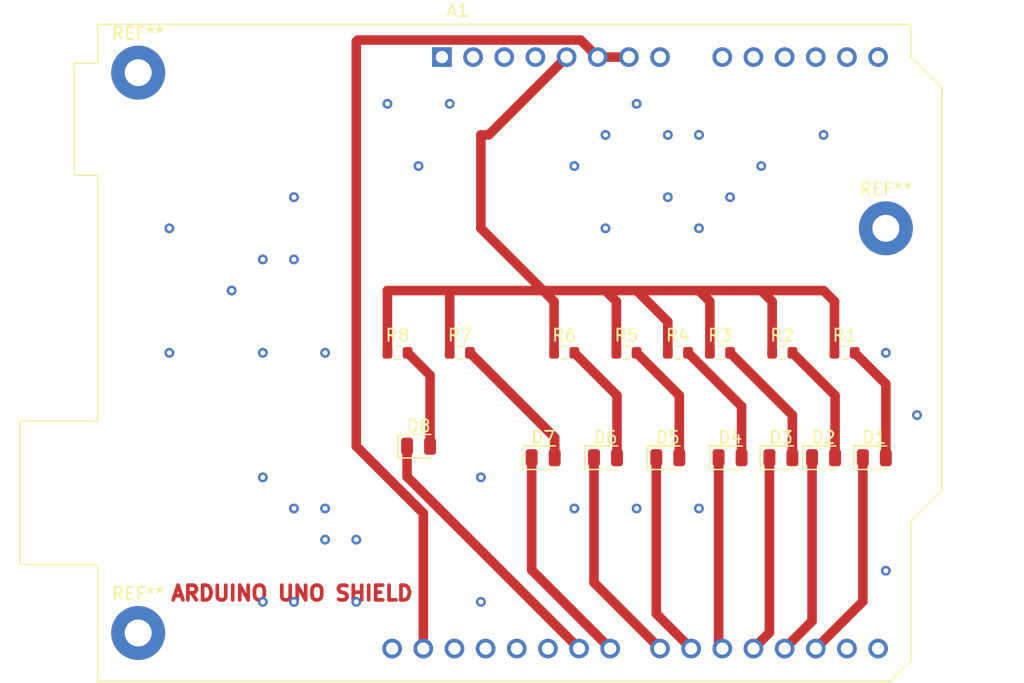
<source format=kicad_pcb>
(kicad_pcb (version 20221018) (generator pcbnew)
  (layers (0 "F.Cu" signal) (31 "B.Cu" signal) (34 "B.Paste" user) (35 "F.Paste" user) (36 "B.SilkS" user "B.Silkscreen") (37 "F.SilkS" user "F.Silkscreen") (38 "B.Mask" user) (39 "F.Mask" user) (44 "Edge.Cuts" user))
  (net 0 "")
  (net 1 "Net-(A1-+5V)")
  (net 2 "Net-(D1-A)")
  (net 3 "Net-(D2-A)")
  (net 4 "Net-(D3-A)")
  (net 5 "Net-(D4-A)")
  (net 6 "Net-(D5-A)")
  (net 7 "Net-(D6-A)")
  (net 8 "Net-(D7-A)")
  (net 9 "Net-(D8-A)")
  (net 14 "GND")
  (net 24 "Net-(A1-D2)")
  (net 25 "Net-(A1-D3)")
  (net 26 "Net-(A1-D4)")
  (net 27 "Net-(A1-D5)")
  (net 28 "Net-(A1-D6)")
  (net 29 "Net-(A1-D7)")
  (net 30 "Net-(A1-D8)")
  (net 31 "Net-(A1-D9)")
  (footprint "MountingHole:MountingHole_2.2mm_M2_Pad" (layer "F.Cu") (at 78.74 81.28)
    (fp_text reference "REF**" (at 0 -3.2) (layer "F.SilkS"))
    (fp_text value "MountingHole_2.2mm_M2_Pad")
    (pad "1" thru_hole circle (at 0 0) (size 4.4 4.4) (drill 2.2) (layers "*.Cu" "*.Mask"))
  )
  (footprint "LED_SMD:LED_0805_2012Metric" (layer "F.Cu") (at 131.1425 66.9775)
    (fp_text reference "D3" (at 0 -1.65) (layer "F.SilkS"))
    (fp_text value "LED")
    (fp_line (start -1.685 -0.96) (end -1.685 0.96) (stroke (width 0.12)) (layer "F.SilkS"))
    (fp_line (start -1.685 0.96) (end 1 0.96) (stroke (width 0.12)) (layer "F.SilkS"))
    (fp_line (start 1 -0.96) (end -1.685 -0.96) (stroke (width 0.12)) (layer "F.SilkS"))
    (pad "1" smd roundrect (at -0.9375 0) (size 0.975 1.4) (layers "F.Cu" "F.Paste" "F.Mask") (net 26 "Net-(A1-D4)"))
    (pad "2" smd roundrect (at 0.9375 0) (size 0.975 1.4) (layers "F.Cu" "F.Paste" "F.Mask") (net 4 "Net-(D3-A)"))
  )
  (footprint "Module:Arduino_UNO_R2" (layer "F.Cu") (at 103.505 34.29)
    (fp_text reference "A1" (at 1.27 -3.81 180) (layer "F.SilkS"))
    (fp_text value "Arduino_UNO_R2")
    (fp_line (start -34.42 29.72) (end -34.42 41.4) (stroke (width 0.12)) (layer "F.SilkS"))
    (fp_line (start -34.42 41.4) (end -28.07 41.4) (stroke (width 0.12)) (layer "F.SilkS"))
    (fp_line (start -29.97 0.51) (end -29.97 9.65) (stroke (width 0.12)) (layer "F.SilkS"))
    (fp_line (start -29.97 9.65) (end -28.07 9.65) (stroke (width 0.12)) (layer "F.SilkS"))
    (fp_line (start -28.07 -2.67) (end -28.07 0.51) (stroke (width 0.12)) (layer "F.SilkS"))
    (fp_line (start -28.07 0.51) (end -29.97 0.51) (stroke (width 0.12)) (layer "F.SilkS"))
    (fp_line (start -28.07 9.65) (end -28.07 29.72) (stroke (width 0.12)) (layer "F.SilkS"))
    (fp_line (start -28.07 29.72) (end -34.42 29.72) (stroke (width 0.12)) (layer "F.SilkS"))
    (fp_line (start -28.07 41.4) (end -28.07 50.93) (stroke (width 0.12)) (layer "F.SilkS"))
    (fp_line (start -28.07 50.93) (end 36.58 50.93) (stroke (width 0.12)) (layer "F.SilkS"))
    (fp_line (start 36.58 50.93) (end 38.23 49.28) (stroke (width 0.12)) (layer "F.SilkS"))
    (fp_line (start 38.23 -2.67) (end -28.07 -2.67) (stroke (width 0.12)) (layer "F.SilkS"))
    (fp_line (start 38.23 0) (end 38.23 -2.67) (stroke (width 0.12)) (layer "F.SilkS"))
    (fp_line (start 38.23 37.85) (end 40.77 35.31) (stroke (width 0.12)) (layer "F.SilkS"))
    (fp_line (start 38.23 49.28) (end 38.23 37.85) (stroke (width 0.12)) (layer "F.SilkS"))
    (fp_line (start 40.77 2.54) (end 38.23 0) (stroke (width 0.12)) (layer "F.SilkS"))
    (fp_line (start 40.77 35.31) (end 40.77 2.54) (stroke (width 0.12)) (layer "F.SilkS"))
    (pad "1" thru_hole rect (at 0 0 90) (size 1.6 1.6) (drill 1) (layers "*.Cu" "*.Mask"))
    (pad "2" thru_hole oval (at 2.54 0 90) (size 1.6 1.6) (drill 1) (layers "*.Cu" "*.Mask"))
    (pad "3" thru_hole oval (at 5.08 0 90) (size 1.6 1.6) (drill 1) (layers "*.Cu" "*.Mask"))
    (pad "4" thru_hole oval (at 7.62 0 90) (size 1.6 1.6) (drill 1) (layers "*.Cu" "*.Mask"))
    (pad "5" thru_hole oval (at 10.16 0 90) (size 1.6 1.6) (drill 1) (layers "*.Cu" "*.Mask") (net 1 "Net-(A1-+5V)"))
    (pad "6" thru_hole oval (at 12.7 0 90) (size 1.6 1.6) (drill 1) (layers "*.Cu" "*.Mask") (net 14 "GND"))
    (pad "7" thru_hole oval (at 15.24 0 90) (size 1.6 1.6) (drill 1) (layers "*.Cu" "*.Mask") (net 14 "GND"))
    (pad "8" thru_hole oval (at 17.78 0 90) (size 1.6 1.6) (drill 1) (layers "*.Cu" "*.Mask"))
    (pad "9" thru_hole oval (at 22.86 0 90) (size 1.6 1.6) (drill 1) (layers "*.Cu" "*.Mask"))
    (pad "10" thru_hole oval (at 25.4 0 90) (size 1.6 1.6) (drill 1) (layers "*.Cu" "*.Mask"))
    (pad "11" thru_hole oval (at 27.94 0 90) (size 1.6 1.6) (drill 1) (layers "*.Cu" "*.Mask"))
    (pad "12" thru_hole oval (at 30.48 0 90) (size 1.6 1.6) (drill 1) (layers "*.Cu" "*.Mask"))
    (pad "13" thru_hole oval (at 33.02 0 90) (size 1.6 1.6) (drill 1) (layers "*.Cu" "*.Mask"))
    (pad "14" thru_hole oval (at 35.56 0 90) (size 1.6 1.6) (drill 1) (layers "*.Cu" "*.Mask"))
    (pad "15" thru_hole oval (at 35.56 48.26 90) (size 1.6 1.6) (drill 1) (layers "*.Cu" "*.Mask"))
    (pad "16" thru_hole oval (at 33.02 48.26 90) (size 1.6 1.6) (drill 1) (layers "*.Cu" "*.Mask"))
    (pad "17" thru_hole oval (at 30.48 48.26 90) (size 1.6 1.6) (drill 1) (layers "*.Cu" "*.Mask") (net 24 "Net-(A1-D2)"))
    (pad "18" thru_hole oval (at 27.94 48.26 90) (size 1.6 1.6) (drill 1) (layers "*.Cu" "*.Mask") (net 25 "Net-(A1-D3)"))
    (pad "19" thru_hole oval (at 25.4 48.26 90) (size 1.6 1.6) (drill 1) (layers "*.Cu" "*.Mask") (net 26 "Net-(A1-D4)"))
    (pad "20" thru_hole oval (at 22.86 48.26 90) (size 1.6 1.6) (drill 1) (layers "*.Cu" "*.Mask") (net 27 "Net-(A1-D5)"))
    (pad "21" thru_hole oval (at 20.32 48.26 90) (size 1.6 1.6) (drill 1) (layers "*.Cu" "*.Mask") (net 28 "Net-(A1-D6)"))
    (pad "22" thru_hole oval (at 17.78 48.26 90) (size 1.6 1.6) (drill 1) (layers "*.Cu" "*.Mask") (net 29 "Net-(A1-D7)"))
    (pad "23" thru_hole oval (at 13.72 48.26 90) (size 1.6 1.6) (drill 1) (layers "*.Cu" "*.Mask") (net 30 "Net-(A1-D8)"))
    (pad "24" thru_hole oval (at 11.18 48.26 90) (size 1.6 1.6) (drill 1) (layers "*.Cu" "*.Mask") (net 31 "Net-(A1-D9)"))
    (pad "25" thru_hole oval (at 8.64 48.26 90) (size 1.6 1.6) (drill 1) (layers "*.Cu" "*.Mask"))
    (pad "26" thru_hole oval (at 6.1 48.26 90) (size 1.6 1.6) (drill 1) (layers "*.Cu" "*.Mask"))
    (pad "27" thru_hole oval (at 3.56 48.26 90) (size 1.6 1.6) (drill 1) (layers "*.Cu" "*.Mask"))
    (pad "28" thru_hole oval (at 1.02 48.26 90) (size 1.6 1.6) (drill 1) (layers "*.Cu" "*.Mask"))
    (pad "29" thru_hole oval (at -1.52 48.26 90) (size 1.6 1.6) (drill 1) (layers "*.Cu" "*.Mask") (net 14 "GND"))
    (pad "30" thru_hole oval (at -4.06 48.26 90) (size 1.6 1.6) (drill 1) (layers "*.Cu" "*.Mask"))
  )
  (footprint "LED_SMD:LED_0805_2012Metric" (layer "F.Cu") (at 101.6 66.04)
    (fp_text reference "D8" (at 0 -1.65) (layer "F.SilkS"))
    (fp_text value "LED")
    (fp_line (start -1.685 -0.96) (end -1.685 0.96) (stroke (width 0.12)) (layer "F.SilkS"))
    (fp_line (start -1.685 0.96) (end 1 0.96) (stroke (width 0.12)) (layer "F.SilkS"))
    (fp_line (start 1 -0.96) (end -1.685 -0.96) (stroke (width 0.12)) (layer "F.SilkS"))
    (pad "1" smd roundrect (at -0.9375 0) (size 0.975 1.4) (layers "F.Cu" "F.Paste" "F.Mask") (net 31 "Net-(A1-D9)"))
    (pad "2" smd roundrect (at 0.9375 0) (size 0.975 1.4) (layers "F.Cu" "F.Paste" "F.Mask") (net 9 "Net-(D8-A)"))
  )
  (footprint "LED_SMD:LED_0805_2012Metric" (layer "F.Cu") (at 138.7625 66.9775)
    (fp_text reference "D1" (at 0 -1.65) (layer "F.SilkS"))
    (fp_text value "LED")
    (fp_line (start -1.685 -0.96) (end -1.685 0.96) (stroke (width 0.12)) (layer "F.SilkS"))
    (fp_line (start -1.685 0.96) (end 1 0.96) (stroke (width 0.12)) (layer "F.SilkS"))
    (fp_line (start 1 -0.96) (end -1.685 -0.96) (stroke (width 0.12)) (layer "F.SilkS"))
    (pad "1" smd roundrect (at -0.9375 0) (size 0.975 1.4) (layers "F.Cu" "F.Paste" "F.Mask") (net 24 "Net-(A1-D2)"))
    (pad "2" smd roundrect (at 0.9375 0) (size 0.975 1.4) (layers "F.Cu" "F.Paste" "F.Mask") (net 2 "Net-(D1-A)"))
  )
  (footprint "LED_SMD:LED_0805_2012Metric" (layer "F.Cu") (at 111.76 66.9775)
    (fp_text reference "D7" (at 0 -1.65) (layer "F.SilkS"))
    (fp_text value "LED")
    (fp_line (start -1.685 -0.96) (end -1.685 0.96) (stroke (width 0.12)) (layer "F.SilkS"))
    (fp_line (start -1.685 0.96) (end 1 0.96) (stroke (width 0.12)) (layer "F.SilkS"))
    (fp_line (start 1 -0.96) (end -1.685 -0.96) (stroke (width 0.12)) (layer "F.SilkS"))
    (pad "1" smd roundrect (at -0.9375 0) (size 0.975 1.4) (layers "F.Cu" "F.Paste" "F.Mask") (net 30 "Net-(A1-D8)"))
    (pad "2" smd roundrect (at 0.9375 0) (size 0.975 1.4) (layers "F.Cu" "F.Paste" "F.Mask") (net 8 "Net-(D7-A)"))
  )
  (footprint "Resistor_SMD:R_0603_1608Metric" (layer "F.Cu") (at 131.255 58.42)
    (fp_text reference "R2" (at 0 -1.43) (layer "F.SilkS"))
    (fp_text value "247")
    (fp_line (start -0.237258 -0.5225) (end 0.237258 -0.5225) (stroke (width 0.12)) (layer "F.SilkS"))
    (fp_line (start -0.237258 0.5225) (end 0.237258 0.5225) (stroke (width 0.12)) (layer "F.SilkS"))
    (pad "1" smd roundrect (at -0.825 0) (size 0.8 0.95) (layers "F.Cu" "F.Paste" "F.Mask") (net 1 "Net-(A1-+5V)"))
    (pad "2" smd roundrect (at 0.825 0) (size 0.8 0.95) (layers "F.Cu" "F.Paste" "F.Mask") (net 3 "Net-(D2-A)"))
  )
  (footprint "LED_SMD:LED_0805_2012Metric" (layer "F.Cu") (at 134.62 66.9775)
    (fp_text reference "D2" (at 0 -1.65) (layer "F.SilkS"))
    (fp_text value "LED")
    (fp_line (start -1.685 -0.96) (end -1.685 0.96) (stroke (width 0.12)) (layer "F.SilkS"))
    (fp_line (start -1.685 0.96) (end 1 0.96) (stroke (width 0.12)) (layer "F.SilkS"))
    (fp_line (start 1 -0.96) (end -1.685 -0.96) (stroke (width 0.12)) (layer "F.SilkS"))
    (pad "1" smd roundrect (at -0.9375 0) (size 0.975 1.4) (layers "F.Cu" "F.Paste" "F.Mask") (net 25 "Net-(A1-D3)"))
    (pad "2" smd roundrect (at 0.9375 0) (size 0.975 1.4) (layers "F.Cu" "F.Paste" "F.Mask") (net 3 "Net-(D2-A)"))
  )
  (footprint "Resistor_SMD:R_0603_1608Metric" (layer "F.Cu") (at 126.175 58.42)
    (fp_text reference "R3" (at 0 -1.43) (layer "F.SilkS"))
    (fp_text value "247")
    (fp_line (start -0.237258 -0.5225) (end 0.237258 -0.5225) (stroke (width 0.12)) (layer "F.SilkS"))
    (fp_line (start -0.237258 0.5225) (end 0.237258 0.5225) (stroke (width 0.12)) (layer "F.SilkS"))
    (pad "1" smd roundrect (at -0.825 0) (size 0.8 0.95) (layers "F.Cu" "F.Paste" "F.Mask") (net 1 "Net-(A1-+5V)"))
    (pad "2" smd roundrect (at 0.825 0) (size 0.8 0.95) (layers "F.Cu" "F.Paste" "F.Mask") (net 4 "Net-(D3-A)"))
  )
  (footprint "LED_SMD:LED_0805_2012Metric" (layer "F.Cu") (at 121.92 66.9775)
    (fp_text reference "D5" (at 0 -1.65) (layer "F.SilkS"))
    (fp_text value "LED")
    (fp_line (start -1.685 -0.96) (end -1.685 0.96) (stroke (width 0.12)) (layer "F.SilkS"))
    (fp_line (start -1.685 0.96) (end 1 0.96) (stroke (width 0.12)) (layer "F.SilkS"))
    (fp_line (start 1 -0.96) (end -1.685 -0.96) (stroke (width 0.12)) (layer "F.SilkS"))
    (pad "1" smd roundrect (at -0.9375 0) (size 0.975 1.4) (layers "F.Cu" "F.Paste" "F.Mask") (net 28 "Net-(A1-D6)"))
    (pad "2" smd roundrect (at 0.9375 0) (size 0.975 1.4) (layers "F.Cu" "F.Paste" "F.Mask") (net 6 "Net-(D5-A)"))
  )
  (footprint "Resistor_SMD:R_0603_1608Metric" (layer "F.Cu") (at 122.745 58.42)
    (fp_text reference "R4" (at 0 -1.43) (layer "F.SilkS"))
    (fp_text value "247")
    (fp_line (start -0.237258 -0.5225) (end 0.237258 -0.5225) (stroke (width 0.12)) (layer "F.SilkS"))
    (fp_line (start -0.237258 0.5225) (end 0.237258 0.5225) (stroke (width 0.12)) (layer "F.SilkS"))
    (pad "1" smd roundrect (at -0.825 0) (size 0.8 0.95) (layers "F.Cu" "F.Paste" "F.Mask") (net 1 "Net-(A1-+5V)"))
    (pad "2" smd roundrect (at 0.825 0) (size 0.8 0.95) (layers "F.Cu" "F.Paste" "F.Mask") (net 5 "Net-(D4-A)"))
  )
  (footprint "Resistor_SMD:R_0603_1608Metric" (layer "F.Cu") (at 118.555 58.42)
    (fp_text reference "R5" (at 0 -1.43) (layer "F.SilkS"))
    (fp_text value "247")
    (fp_line (start -0.237258 -0.5225) (end 0.237258 -0.5225) (stroke (width 0.12)) (layer "F.SilkS"))
    (fp_line (start -0.237258 0.5225) (end 0.237258 0.5225) (stroke (width 0.12)) (layer "F.SilkS"))
    (pad "1" smd roundrect (at -0.825 0) (size 0.8 0.95) (layers "F.Cu" "F.Paste" "F.Mask") (net 1 "Net-(A1-+5V)"))
    (pad "2" smd roundrect (at 0.825 0) (size 0.8 0.95) (layers "F.Cu" "F.Paste" "F.Mask") (net 6 "Net-(D5-A)"))
  )
  (footprint "Resistor_SMD:R_0603_1608Metric" (layer "F.Cu") (at 136.335 58.42)
    (fp_text reference "R1" (at 0 -1.43) (layer "F.SilkS"))
    (fp_text value "247")
    (fp_line (start -0.237258 -0.5225) (end 0.237258 -0.5225) (stroke (width 0.12)) (layer "F.SilkS"))
    (fp_line (start -0.237258 0.5225) (end 0.237258 0.5225) (stroke (width 0.12)) (layer "F.SilkS"))
    (pad "1" smd roundrect (at -0.825 0) (size 0.8 0.95) (layers "F.Cu" "F.Paste" "F.Mask") (net 1 "Net-(A1-+5V)"))
    (pad "2" smd roundrect (at 0.825 0) (size 0.8 0.95) (layers "F.Cu" "F.Paste" "F.Mask") (net 2 "Net-(D1-A)"))
  )
  (footprint "Resistor_SMD:R_0603_1608Metric" (layer "F.Cu") (at 113.475 58.42)
    (fp_text reference "R6" (at 0 -1.43) (layer "F.SilkS"))
    (fp_text value "247")
    (fp_line (start -0.237258 -0.5225) (end 0.237258 -0.5225) (stroke (width 0.12)) (layer "F.SilkS"))
    (fp_line (start -0.237258 0.5225) (end 0.237258 0.5225) (stroke (width 0.12)) (layer "F.SilkS"))
    (pad "1" smd roundrect (at -0.825 0) (size 0.8 0.95) (layers "F.Cu" "F.Paste" "F.Mask") (net 1 "Net-(A1-+5V)"))
    (pad "2" smd roundrect (at 0.825 0) (size 0.8 0.95) (layers "F.Cu" "F.Paste" "F.Mask") (net 7 "Net-(D6-A)"))
  )
  (footprint "LED_SMD:LED_0805_2012Metric" (layer "F.Cu") (at 127 66.9775)
    (fp_text reference "D4" (at 0 -1.65) (layer "F.SilkS"))
    (fp_text value "LED")
    (fp_line (start -1.685 -0.96) (end -1.685 0.96) (stroke (width 0.12)) (layer "F.SilkS"))
    (fp_line (start -1.685 0.96) (end 1 0.96) (stroke (width 0.12)) (layer "F.SilkS"))
    (fp_line (start 1 -0.96) (end -1.685 -0.96) (stroke (width 0.12)) (layer "F.SilkS"))
    (pad "1" smd roundrect (at -0.9375 0) (size 0.975 1.4) (layers "F.Cu" "F.Paste" "F.Mask") (net 27 "Net-(A1-D5)"))
    (pad "2" smd roundrect (at 0.9375 0) (size 0.975 1.4) (layers "F.Cu" "F.Paste" "F.Mask") (net 5 "Net-(D4-A)"))
  )
  (footprint "MountingHole:MountingHole_2.2mm_M2_Pad" (layer "F.Cu") (at 78.74 35.56)
    (fp_text reference "REF**" (at 0 -3.2) (layer "F.SilkS"))
    (fp_text value "MountingHole_2.2mm_M2_Pad")
    (pad "1" thru_hole circle (at 0 0) (size 4.4 4.4) (drill 2.2) (layers "*.Cu" "*.Mask"))
  )
  (footprint "LED_SMD:LED_0805_2012Metric" (layer "F.Cu") (at 116.84 66.9775)
    (fp_text reference "D6" (at 0 -1.65) (layer "F.SilkS"))
    (fp_text value "LED")
    (fp_line (start -1.685 -0.96) (end -1.685 0.96) (stroke (width 0.12)) (layer "F.SilkS"))
    (fp_line (start -1.685 0.96) (end 1 0.96) (stroke (width 0.12)) (layer "F.SilkS"))
    (fp_line (start 1 -0.96) (end -1.685 -0.96) (stroke (width 0.12)) (layer "F.SilkS"))
    (pad "1" smd roundrect (at -0.9375 0) (size 0.975 1.4) (layers "F.Cu" "F.Paste" "F.Mask") (net 29 "Net-(A1-D7)"))
    (pad "2" smd roundrect (at 0.9375 0) (size 0.975 1.4) (layers "F.Cu" "F.Paste" "F.Mask") (net 7 "Net-(D6-A)"))
  )
  (footprint "MountingHole:MountingHole_2.2mm_M2_Pad" (layer "F.Cu") (at 139.7 48.26)
    (fp_text reference "REF**" (at 0 -3.2) (layer "F.SilkS"))
    (fp_text value "MountingHole_2.2mm_M2_Pad")
    (pad "1" thru_hole circle (at 0 0) (size 4.4 4.4) (drill 2.2) (layers "*.Cu" "*.Mask"))
  )
  (footprint "Resistor_SMD:R_0603_1608Metric" (layer "F.Cu") (at 104.965 58.42)
    (fp_text reference "R7" (at 0 -1.43) (layer "F.SilkS"))
    (fp_text value "247")
    (fp_line (start -0.237258 -0.5225) (end 0.237258 -0.5225) (stroke (width 0.12)) (layer "F.SilkS"))
    (fp_line (start -0.237258 0.5225) (end 0.237258 0.5225) (stroke (width 0.12)) (layer "F.SilkS"))
    (pad "1" smd roundrect (at -0.825 0) (size 0.8 0.95) (layers "F.Cu" "F.Paste" "F.Mask") (net 1 "Net-(A1-+5V)"))
    (pad "2" smd roundrect (at 0.825 0) (size 0.8 0.95) (layers "F.Cu" "F.Paste" "F.Mask") (net 8 "Net-(D7-A)"))
  )
  (footprint "Resistor_SMD:R_0603_1608Metric" (layer "F.Cu") (at 99.885 58.42)
    (fp_text reference "R8" (at 0 -1.43) (layer "F.SilkS"))
    (fp_text value "247")
    (fp_line (start -0.237258 -0.5225) (end 0.237258 -0.5225) (stroke (width 0.12)) (layer "F.SilkS"))
    (fp_line (start -0.237258 0.5225) (end 0.237258 0.5225) (stroke (width 0.12)) (layer "F.SilkS"))
    (pad "1" smd roundrect (at -0.825 0) (size 0.8 0.95) (layers "F.Cu" "F.Paste" "F.Mask") (net 1 "Net-(A1-+5V)"))
    (pad "2" smd roundrect (at 0.825 0) (size 0.8 0.95) (layers "F.Cu" "F.Paste" "F.Mask") (net 9 "Net-(D8-A)"))
  )
  (gr_text "ARDUINO UNO SHIELD" (at 81.28 78.74) (layer "F.Cu") (effects (font (size 1.2 1.2) (thickness 0.3) bold) (justify left bottom)))
  (via (at 139.7 76.2) (size 0.8) (drill 0.4) (layers "F.Cu" "B.Cu") (net 0))
  (via (at 88.9 50.8) (size 0.8) (drill 0.4) (layers "F.Cu" "B.Cu") (net 0))
  (via (at 91.44 71.12) (size 0.8) (drill 0.4) (layers "F.Cu" "B.Cu") (net 0))
  (via (at 121.92 45.72) (size 0.8) (drill 0.4) (layers "F.Cu" "B.Cu") (net 0))
  (via (at 121.92 40.64) (size 0.8) (drill 0.4) (layers "F.Cu" "B.Cu") (net 0))
  (via (at 106.68 68.58) (size 0.8) (drill 0.4) (layers "F.Cu" "B.Cu") (net 0))
  (via (at 106.68 78.74) (size 0.8) (drill 0.4) (layers "F.Cu" "B.Cu") (net 0))
  (via (at 91.44 78.74) (size 0.8) (drill 0.4) (layers "F.Cu" "B.Cu") (net 0))
  (via (at 86.36 53.34) (size 0.8) (drill 0.4) (layers "F.Cu" "B.Cu") (net 0))
  (via (at 88.9 58.42) (size 0.8) (drill 0.4) (layers "F.Cu" "B.Cu") (net 0))
  (via (at 127 45.72) (size 0.8) (drill 0.4) (layers "F.Cu" "B.Cu") (net 0))
  (via (at 119.38 71.12) (size 0.8) (drill 0.4) (layers "F.Cu" "B.Cu") (net 0))
  (via (at 116.84 40.64) (size 0.8) (drill 0.4) (layers "F.Cu" "B.Cu") (net 0))
  (via (at 116.84 48.26) (size 0.8) (drill 0.4) (layers "F.Cu" "B.Cu") (net 0))
  (via (at 99.06 38.1) (size 0.8) (drill 0.4) (layers "F.Cu" "B.Cu") (net 0))
  (via (at 124.46 48.26) (size 0.8) (drill 0.4) (layers "F.Cu" "B.Cu") (net 0))
  (via (at 114.3 43.18) (size 0.8) (drill 0.4) (layers "F.Cu" "B.Cu") (net 0))
  (via (at 93.98 58.42) (size 0.8) (drill 0.4) (layers "F.Cu" "B.Cu") (net 0))
  (via (at 96.52 78.74) (size 0.8) (drill 0.4) (layers "F.Cu" "B.Cu") (net 0))
  (via (at 142.24 63.5) (size 0.8) (drill 0.4) (layers "F.Cu" "B.Cu") (net 0))
  (via (at 93.98 73.66) (size 0.8) (drill 0.4) (layers "F.Cu" "B.Cu") (net 0))
  (via (at 96.52 73.66) (size 0.8) (drill 0.4) (layers "F.Cu" "B.Cu") (net 0))
  (via (at 124.46 40.64) (size 0.8) (drill 0.4) (layers "F.Cu" "B.Cu") (net 0))
  (via (at 91.44 50.8) (size 0.8) (drill 0.4) (layers "F.Cu" "B.Cu") (net 0))
  (via (at 114.3 71.12) (size 0.8) (drill 0.4) (layers "F.Cu" "B.Cu") (net 0))
  (via (at 124.46 71.12) (size 0.8) (drill 0.4) (layers "F.Cu" "B.Cu") (net 0))
  (via (at 88.9 78.74) (size 0.8) (drill 0.4) (layers "F.Cu" "B.Cu") (net 0))
  (via (at 91.44 78.74) (size 0.8) (drill 0.4) (layers "F.Cu" "B.Cu") (net 0))
  (via (at 134.62 40.64) (size 0.8) (drill 0.4) (layers "F.Cu" "B.Cu") (net 0))
  (via (at 81.28 58.42) (size 0.8) (drill 0.4) (layers "F.Cu" "B.Cu") (net 0))
  (via (at 88.9 68.58) (size 0.8) (drill 0.4) (layers "F.Cu" "B.Cu") (net 0))
  (via (at 119.38 38.1) (size 0.8) (drill 0.4) (layers "F.Cu" "B.Cu") (net 0))
  (via (at 91.44 45.72) (size 0.8) (drill 0.4) (layers "F.Cu" "B.Cu") (net 0))
  (via (at 91.44 45.72) (size 0.8) (drill 0.4) (layers "F.Cu" "B.Cu") (net 0))
  (via (at 139.7 58.42) (size 0.8) (drill 0.4) (layers "F.Cu" "B.Cu") (net 0))
  (via (at 124.46 40.64) (size 0.8) (drill 0.4) (layers "F.Cu" "B.Cu") (net 0))
  (via (at 104.14 38.1) (size 0.8) (drill 0.4) (layers "F.Cu" "B.Cu") (net 0))
  (via (at 81.28 48.26) (size 0.8) (drill 0.4) (layers "F.Cu" "B.Cu") (net 0))
  (via (at 101.6 43.18) (size 0.8) (drill 0.4) (layers "F.Cu" "B.Cu") (net 0))
  (via (at 129.54 43.18) (size 0.8) (drill 0.4) (layers "F.Cu" "B.Cu") (net 0))
  (via (at 93.98 71.12) (size 0.8) (drill 0.4) (layers "F.Cu" "B.Cu") (net 0))
  (segment (start 112.65 54.23) (end 111.76 53.34) (width 0.78) (layer "F.Cu") (net 1))
  (segment (start 121.92 53.34) (end 127 53.34) (width 0.78) (layer "F.Cu") (net 1))
  (segment (start 121.92 58.42) (end 121.92 55.88) (width 0.78) (layer "F.Cu") (net 1))
  (segment (start 129.54 53.34) (end 134.62 53.34) (width 0.78) (layer "F.Cu") (net 1))
  (segment (start 125.35 58.42) (end 125.35 54.23) (width 0.78) (layer "F.Cu") (net 1))
  (segment (start 111.76 53.34) (end 106.68 48.26) (width 0.78) (layer "F.Cu") (net 1))
  (segment (start 135.51 54.23) (end 135.51 58.42) (width 0.78) (layer "F.Cu") (net 1))
  (segment (start 112.65 58.42) (end 112.65 54.23) (width 0.78) (layer "F.Cu") (net 1))
  (segment (start 106.68 48.26) (end 106.68 40.64) (width 0.78) (layer "F.Cu") (net 1))
  (segment (start 104.14 58.42) (end 104.14 53.34) (width 0.78) (layer "F.Cu") (net 1))
  (segment (start 99.06 58.42) (end 99.06 53.34) (width 0.78) (layer "F.Cu") (net 1))
  (segment (start 106.68 40.64) (end 107.315 40.64) (width 0.78) (layer "F.Cu") (net 1))
  (segment (start 127 53.34) (end 129.54 53.34) (width 0.78) (layer "F.Cu") (net 1))
  (segment (start 117.73 54.23) (end 116.84 53.34) (width 0.78) (layer "F.Cu") (net 1))
  (segment (start 125.35 54.23) (end 124.46 53.34) (width 0.78) (layer "F.Cu") (net 1))
  (segment (start 117.73 58.42) (end 117.73 54.23) (width 0.78) (layer "F.Cu") (net 1))
  (segment (start 99.06 53.34) (end 104.14 53.34) (width 0.78) (layer "F.Cu") (net 1))
  (segment (start 121.92 55.88) (end 119.38 53.34) (width 0.78) (layer "F.Cu") (net 1))
  (segment (start 116.84 53.34) (end 121.92 53.34) (width 0.78) (layer "F.Cu") (net 1))
  (segment (start 107.315 40.64) (end 113.665 34.29) (width 0.78) (layer "F.Cu") (net 1))
  (segment (start 130.43 58.42) (end 130.43 54.23) (width 0.78) (layer "F.Cu") (net 1))
  (segment (start 111.76 53.34) (end 116.84 53.34) (width 0.78) (layer "F.Cu") (net 1))
  (segment (start 104.14 53.34) (end 111.76 53.34) (width 0.78) (layer "F.Cu") (net 1))
  (segment (start 134.62 53.34) (end 135.51 54.23) (width 0.78) (layer "F.Cu") (net 1))
  (segment (start 130.43 54.23) (end 129.54 53.34) (width 0.78) (layer "F.Cu") (net 1))
  (segment (start 139.7 60.96) (end 137.16 58.42) (width 0.78) (layer "F.Cu") (net 2))
  (segment (start 139.7 66.9775) (end 139.7 60.96) (width 0.78) (layer "F.Cu") (net 2))
  (segment (start 135.5575 61.8975) (end 132.08 58.42) (width 0.78) (layer "F.Cu") (net 3))
  (segment (start 135.5575 66.9775) (end 135.5575 61.8975) (width 0.78) (layer "F.Cu") (net 3))
  (segment (start 132.08 63.5) (end 127 58.42) (width 0.78) (layer "F.Cu") (net 4))
  (segment (start 132.08 66.9775) (end 132.08 63.5) (width 0.78) (layer "F.Cu") (net 4))
  (segment (start 127.9375 66.9775) (end 127.9375 62.7875) (width 0.78) (layer "F.Cu") (net 5))
  (segment (start 127.9375 62.7875) (end 123.57 58.42) (width 0.78) (layer "F.Cu") (net 5))
  (segment (start 122.8575 66.9775) (end 122.8575 61.8975) (width 0.78) (layer "F.Cu") (net 6))
  (segment (start 122.8575 61.8975) (end 119.38 58.42) (width 0.78) (layer "F.Cu") (net 6))
  (segment (start 117.7775 61.8975) (end 114.3 58.42) (width 0.78) (layer "F.Cu") (net 7))
  (segment (start 117.7775 66.9775) (end 117.7775 61.8975) (width 0.78) (layer "F.Cu") (net 7))
  (segment (start 112.6975 66.9775) (end 112.6975 65.3275) (width 0.78) (layer "F.Cu") (net 8))
  (segment (start 112.6975 65.3275) (end 105.79 58.42) (width 0.78) (layer "F.Cu") (net 8))
  (segment (start 102.5375 60.2475) (end 100.71 58.42) (width 0.78) (layer "F.Cu") (net 9))
  (segment (start 102.5375 66.04) (end 102.5375 60.2475) (width 0.78) (layer "F.Cu") (net 9))
  (segment (start 118.745 34.29) (end 116.205 34.29) (width 0.78) (layer "F.Cu") (net 14))
  (segment (start 101.985 71.505) (end 96.52 66.04) (width 0.78) (layer "F.Cu") (net 14))
  (segment (start 96.64 32.9) (end 114.815 32.9) (width 0.78) (layer "F.Cu") (net 14))
  (segment (start 96.52 66.04) (end 96.52 33.02) (width 0.78) (layer "F.Cu") (net 14))
  (segment (start 114.815 32.9) (end 116.205 34.29) (width 0.78) (layer "F.Cu") (net 14))
  (segment (start 101.985 82.55) (end 101.985 71.505) (width 0.78) (layer "F.Cu") (net 14))
  (segment (start 96.52 33.02) (end 96.64 32.9) (width 0.78) (layer "F.Cu") (net 14))
  (segment (start 137.825 66.9775) (end 137.825 78.71) (width 0.78) (layer "F.Cu") (net 24))
  (segment (start 137.825 78.71) (end 133.985 82.55) (width 0.78) (layer "F.Cu") (net 24))
  (segment (start 133.6825 66.9775) (end 133.6825 80.3125) (width 0.78) (layer "F.Cu") (net 25))
  (segment (start 133.6825 80.3125) (end 131.445 82.55) (width 0.78) (layer "F.Cu") (net 25))
  (segment (start 130.205 81.25) (end 128.905 82.55) (width 0.78) (layer "F.Cu") (net 26))
  (segment (start 130.205 66.9775) (end 130.205 81.25) (width 0.78) (layer "F.Cu") (net 26))
  (segment (start 126.0625 82.2475) (end 126.365 82.55) (width 0.78) (layer "F.Cu") (net 27))
  (segment (start 126.0625 66.9775) (end 126.0625 82.2475) (width 0.78) (layer "F.Cu") (net 27))
  (segment (start 120.9825 79.7075) (end 123.825 82.55) (width 0.78) (layer "F.Cu") (net 28))
  (segment (start 120.9825 66.9775) (end 120.9825 79.7075) (width 0.78) (layer "F.Cu") (net 28))
  (segment (start 115.9025 77.1675) (end 121.285 82.55) (width 0.78) (layer "F.Cu") (net 29))
  (segment (start 115.9025 66.9775) (end 115.9025 77.1675) (width 0.78) (layer "F.Cu") (net 29))
  (segment (start 110.8225 66.9775) (end 110.8225 76.1475) (width 0.78) (layer "F.Cu") (net 30))
  (segment (start 110.8225 76.1475) (end 117.225 82.55) (width 0.78) (layer "F.Cu") (net 30))
  (segment (start 100.6625 68.5275) (end 114.685 82.55) (width 0.78) (layer "F.Cu") (net 31))
  (segment (start 100.6625 66.04) (end 100.6625 68.5275) (width 0.78) (layer "F.Cu") (net 31))
)
</source>
